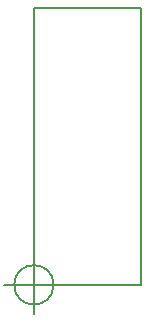
<source format=gbr>
G04 #@! TF.FileFunction,Profile,NP*
%FSLAX46Y46*%
G04 Gerber Fmt 4.6, Leading zero omitted, Abs format (unit mm)*
G04 Created by KiCad (PCBNEW 4.0.2-stable) date Tuesday, July 03, 2018 'PMt' 03:19:07 PM*
%MOMM*%
G01*
G04 APERTURE LIST*
%ADD10C,0.025400*%
%ADD11C,0.150000*%
G04 APERTURE END LIST*
D10*
D11*
X110680500Y-101600000D02*
X101600000Y-101600000D01*
X110680500Y-78168500D02*
X110680500Y-101600000D01*
X101600000Y-78168500D02*
X110680500Y-78168500D01*
X101600000Y-101346000D02*
X101600000Y-78168500D01*
X103266666Y-101600000D02*
G75*
G03X103266666Y-101600000I-1666666J0D01*
G01*
X99100000Y-101600000D02*
X104100000Y-101600000D01*
X101600000Y-99100000D02*
X101600000Y-104100000D01*
M02*

</source>
